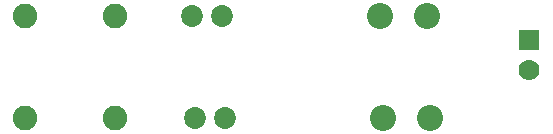
<source format=gbs>
G04 ---------------------------- Layer name :BOTTOM SOLDER LAYER*
G04 EasyEDA v5.8.19, Thu, 25 Oct 2018 08:31:33 GMT*
G04 2e5d9beedaa44debafd178f78d873103*
G04 Gerber Generator version 0.2*
G04 Scale: 100 percent, Rotated: No, Reflected: No *
G04 Dimensions in millimeters *
G04 leading zeros omitted , absolute positions ,3 integer and 3 decimal *
%FSLAX33Y33*%
%MOMM*%
G90*
G71D02*

%ADD18R,1.778000X1.778000*%
%ADD19C,1.778000*%
%ADD20C,1.854200*%
%ADD21C,2.082800*%
%ADD22C,2.203196*%

%LPD*%
G54D18*
G01X49022Y13716D03*
G54D19*
G01X49022Y11176D03*
G54D20*
G01X23017Y15748D03*
G01X20477Y15748D03*
G01X23271Y7112D03*
G01X20731Y7112D03*
G54D21*
G01X6350Y15748D03*
G01X13970Y15748D03*
G01X6350Y7112D03*
G01X13970Y7112D03*
G54D22*
G01X40353Y15748D03*
G01X36354Y15748D03*
G01X40607Y7112D03*
G01X36608Y7112D03*
M00*
M02*

</source>
